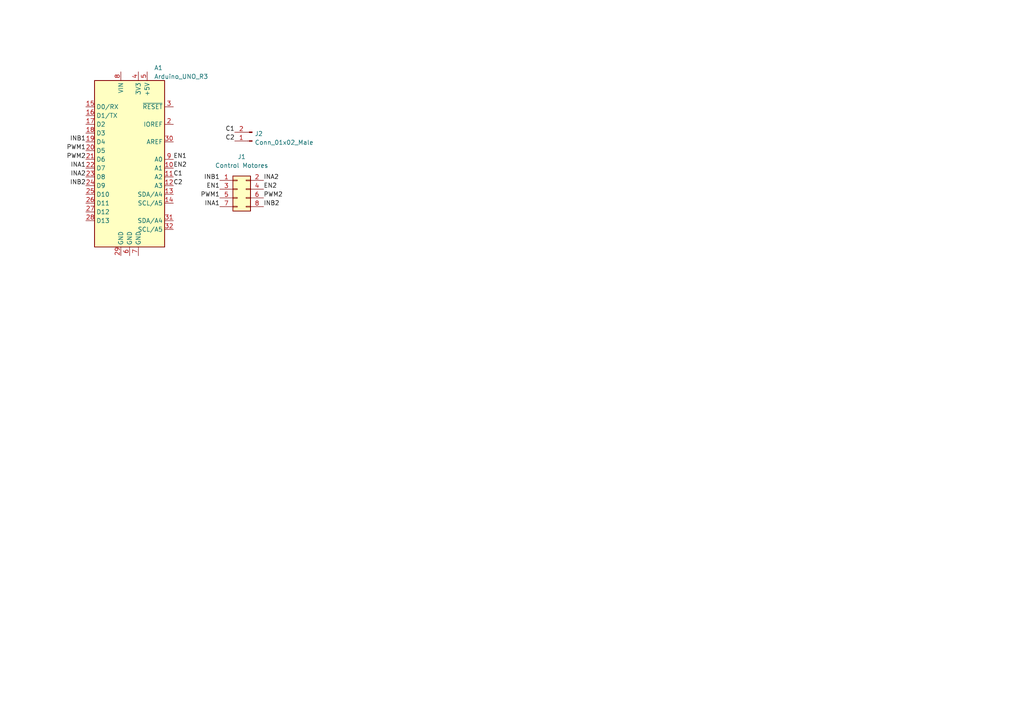
<source format=kicad_sch>
(kicad_sch (version 20211123) (generator eeschema)
  (paper "A4")
  (lib_symbols
    (symbol "Connector:Conn_01x02_Male" (pin_names (offset 1.016) hide)
      (property "Reference" "J" (at 0 2.54 0))
      (property "Value" "Conn_01x02_Male" (at 0 -5.08 0))
      (symbol "Conn_01x02_Male_1_1"
        (polyline (pts (xy 1.27 -2.54) (xy 0.8636 -2.54)) (stroke (width 0.1524)))
        (polyline (pts (xy 1.27 0) (xy 0.8636 0)) (stroke (width 0.1524)))
        (rectangle (start 0.8636 -2.413) (end 0 -2.667) (stroke (width 0.1524)) (fill (type outline)))
        (rectangle (start 0.8636 0.127) (end 0 -0.127) (stroke (width 0.1524)) (fill (type outline)))
        (pin passive line (at 5.08 0 180) (length 3.81) (name "Pin_1") (number "1"))
        (pin passive line (at 5.08 -2.54 180) (length 3.81) (name "Pin_2") (number "2"))
      )
    )
    (symbol "Connector_Generic:Conn_02x04_Odd_Even" (pin_names (offset 1.016) hide)
      (property "Reference" "J" (at 1.27 5.08 0))
      (property "Value" "Conn_02x04_Odd_Even" (at 1.27 -7.62 0))
      (symbol "Conn_02x04_Odd_Even_1_1"
        (rectangle (start -1.27 -4.953) (end 0 -5.207) (stroke (width 0.1524)))
        (rectangle (start -1.27 -2.413) (end 0 -2.667) (stroke (width 0.1524)))
        (rectangle (start -1.27 0.127) (end 0 -0.127) (stroke (width 0.1524)))
        (rectangle (start -1.27 2.667) (end 0 2.413) (stroke (width 0.1524)))
        (rectangle (start -1.27 3.81) (end 3.81 -6.35) (stroke (width 0.254)) (fill (type background)))
        (rectangle (start 3.81 -4.953) (end 2.54 -5.207) (stroke (width 0.1524)))
        (rectangle (start 3.81 -2.413) (end 2.54 -2.667) (stroke (width 0.1524)))
        (rectangle (start 3.81 0.127) (end 2.54 -0.127) (stroke (width 0.1524)))
        (rectangle (start 3.81 2.667) (end 2.54 2.413) (stroke (width 0.1524)))
        (pin passive line (at -5.08 2.54 0) (length 3.81) (name "Pin_1") (number "1"))
        (pin passive line (at 7.62 2.54 180) (length 3.81) (name "Pin_2") (number "2"))
        (pin passive line (at -5.08 0 0) (length 3.81) (name "Pin_3") (number "3"))
        (pin passive line (at 7.62 0 180) (length 3.81) (name "Pin_4") (number "4"))
        (pin passive line (at -5.08 -2.54 0) (length 3.81) (name "Pin_5") (number "5"))
        (pin passive line (at 7.62 -2.54 180) (length 3.81) (name "Pin_6") (number "6"))
        (pin passive line (at -5.08 -5.08 0) (length 3.81) (name "Pin_7") (number "7"))
        (pin passive line (at 7.62 -5.08 180) (length 3.81) (name "Pin_8") (number "8"))
      )
    )
    (symbol "MCU_Module:Arduino_UNO_R3"
      (property "Reference" "A" (at -10.16 23.495 0))
      (property "Value" "Arduino_UNO_R3" (at 5.08 -26.67 0))
      (symbol "Arduino_UNO_R3_0_1"
        (rectangle (start -10.16 22.86) (end 10.16 -25.4) (stroke (width 0.254)) (fill (type background)))
      )
      (symbol "Arduino_UNO_R3_1_1"
        (pin no_connect line (at -10.16 -20.32 0) (length 2.54) hide (name "NC") (number "1"))
        (pin bidirectional line (at 12.7 -2.54 180) (length 2.54) (name "A1") (number "10"))
        (pin bidirectional line (at 12.7 -5.08 180) (length 2.54) (name "A2") (number "11"))
        (pin bidirectional line (at 12.7 -7.62 180) (length 2.54) (name "A3") (number "12"))
        (pin bidirectional line (at 12.7 -10.16 180) (length 2.54) (name "SDA/A4") (number "13"))
        (pin bidirectional line (at 12.7 -12.7 180) (length 2.54) (name "SCL/A5") (number "14"))
        (pin bidirectional line (at -12.7 15.24 0) (length 2.54) (name "D0/RX") (number "15"))
        (pin bidirectional line (at -12.7 12.7 0) (length 2.54) (name "D1/TX") (number "16"))
        (pin bidirectional line (at -12.7 10.16 0) (length 2.54) (name "D2") (number "17"))
        (pin bidirectional line (at -12.7 7.62 0) (length 2.54) (name "D3") (number "18"))
        (pin bidirectional line (at -12.7 5.08 0) (length 2.54) (name "D4") (number "19"))
        (pin output line (at 12.7 10.16 180) (length 2.54) (name "IOREF") (number "2"))
        (pin bidirectional line (at -12.7 2.54 0) (length 2.54) (name "D5") (number "20"))
        (pin bidirectional line (at -12.7 0 0) (length 2.54) (name "D6") (number "21"))
        (pin bidirectional line (at -12.7 -2.54 0) (length 2.54) (name "D7") (number "22"))
        (pin bidirectional line (at -12.7 -5.08 0) (length 2.54) (name "D8") (number "23"))
        (pin bidirectional line (at -12.7 -7.62 0) (length 2.54) (name "D9") (number "24"))
        (pin bidirectional line (at -12.7 -10.16 0) (length 2.54) (name "D10") (number "25"))
        (pin bidirectional line (at -12.7 -12.7 0) (length 2.54) (name "D11") (number "26"))
        (pin bidirectional line (at -12.7 -15.24 0) (length 2.54) (name "D12") (number "27"))
        (pin bidirectional line (at -12.7 -17.78 0) (length 2.54) (name "D13") (number "28"))
        (pin power_in line (at -2.54 -27.94 90) (length 2.54) (name "GND") (number "29"))
        (pin input line (at 12.7 15.24 180) (length 2.54) (name "~{RESET}") (number "3"))
        (pin input line (at 12.7 5.08 180) (length 2.54) (name "AREF") (number "30"))
        (pin bidirectional line (at 12.7 -17.78 180) (length 2.54) (name "SDA/A4") (number "31"))
        (pin bidirectional line (at 12.7 -20.32 180) (length 2.54) (name "SCL/A5") (number "32"))
        (pin power_out line (at 2.54 25.4 270) (length 2.54) (name "3V3") (number "4"))
        (pin power_out line (at 5.08 25.4 270) (length 2.54) (name "+5V") (number "5"))
        (pin power_in line (at 0 -27.94 90) (length 2.54) (name "GND") (number "6"))
        (pin power_in line (at 2.54 -27.94 90) (length 2.54) (name "GND") (number "7"))
        (pin power_in line (at -2.54 25.4 270) (length 2.54) (name "VIN") (number "8"))
        (pin bidirectional line (at 12.7 0 180) (length 2.54) (name "A0") (number "9"))
      )
    )
  )
  (label "INB2" (at 24.892 53.848 180))
  (label "C1" (at 68.072 38.354 180))
  (label "C2" (at 50.292 53.848 0))
  (label "EN2" (at 76.454 54.864 0))
  (label "PWM2" (at 76.454 57.404 0))
  (label "PWM1" (at 24.892 43.688 180))
  (label "EN1" (at 50.292 46.228 0))
  (label "INA2" (at 76.454 52.324 0))
  (label "INA1" (at 63.754 59.944 180))
  (label "INB2" (at 76.454 59.944 0))
  (label "EN1" (at 63.754 54.864 180))
  (label "INA1" (at 24.892 48.768 180))
  (label "INB1" (at 24.892 41.148 180))
  (label "PWM2" (at 24.892 46.228 180))
  (label "EN2" (at 50.292 48.768 0))
  (label "C2" (at 68.072 40.894 180))
  (label "C1" (at 50.292 51.308 0))
  (label "INA2" (at 24.892 51.308 180))
  (label "INB1" (at 63.754 52.324 180))
  (label "PWM1" (at 63.754 57.404 180))
  (symbol (lib_id "Connector_Generic:Conn_02x04_Odd_Even") (at 68.834 54.864 0) (unit 1)
    (property "Reference" "J1" (at 70.104 45.466 0))
    (property "Value" "Control Motores" (at 70.104 48.006 0))
    (property "Footprint" "Connector_IDC:IDC-Header_2x04_P2.54mm_Horizontal" (effects hide))
  )
  (symbol (lib_id "MCU_Module:Arduino_UNO_R3") (at 37.592 46.228 0) (unit 1)
    (property "Reference" "A1" (at 44.6914 19.6682 0) (effects (justify left)))
    (property "Value" "Arduino_UNO_R3" (at 44.6914 22.2051 0) (effects (justify left)))
    (property "Footprint" "Module:Arduino_UNO_R3" (effects hide))
    (property "Datasheet" "https://www.arduino.cc/en/Main/arduinoBoardUno" (effects hide))
  )
  (symbol (lib_id "Connector:Conn_01x02_Male") (at 73.152 40.894 180) (unit 1)
    (property "Reference" "J2" (at 73.8632 38.7893 0) (effects (justify right)))
    (property "Value" "Conn_01x02_Male" (at 73.8632 41.3262 0) (effects (justify right)))
    (property "Footprint" "Connector_PinHeader_2.54mm:PinHeader_1x02_P2.54mm_Horizontal" (effects hide))
  )
)
</source>
